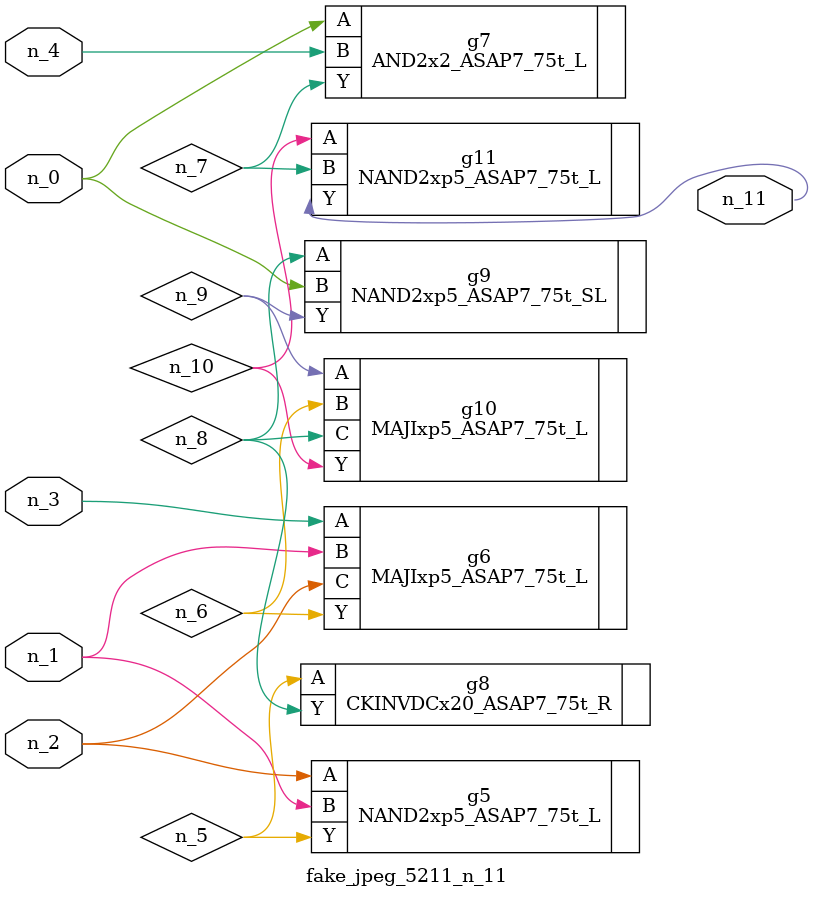
<source format=v>
module fake_jpeg_5211_n_11 (n_3, n_2, n_1, n_0, n_4, n_11);

input n_3;
input n_2;
input n_1;
input n_0;
input n_4;

output n_11;

wire n_10;
wire n_8;
wire n_9;
wire n_6;
wire n_5;
wire n_7;

NAND2xp5_ASAP7_75t_L g5 ( 
.A(n_2),
.B(n_1),
.Y(n_5)
);

MAJIxp5_ASAP7_75t_L g6 ( 
.A(n_3),
.B(n_1),
.C(n_2),
.Y(n_6)
);

AND2x2_ASAP7_75t_L g7 ( 
.A(n_0),
.B(n_4),
.Y(n_7)
);

CKINVDCx20_ASAP7_75t_R g8 ( 
.A(n_5),
.Y(n_8)
);

NAND2xp5_ASAP7_75t_SL g9 ( 
.A(n_8),
.B(n_0),
.Y(n_9)
);

MAJIxp5_ASAP7_75t_L g10 ( 
.A(n_9),
.B(n_6),
.C(n_8),
.Y(n_10)
);

NAND2xp5_ASAP7_75t_L g11 ( 
.A(n_10),
.B(n_7),
.Y(n_11)
);


endmodule
</source>
